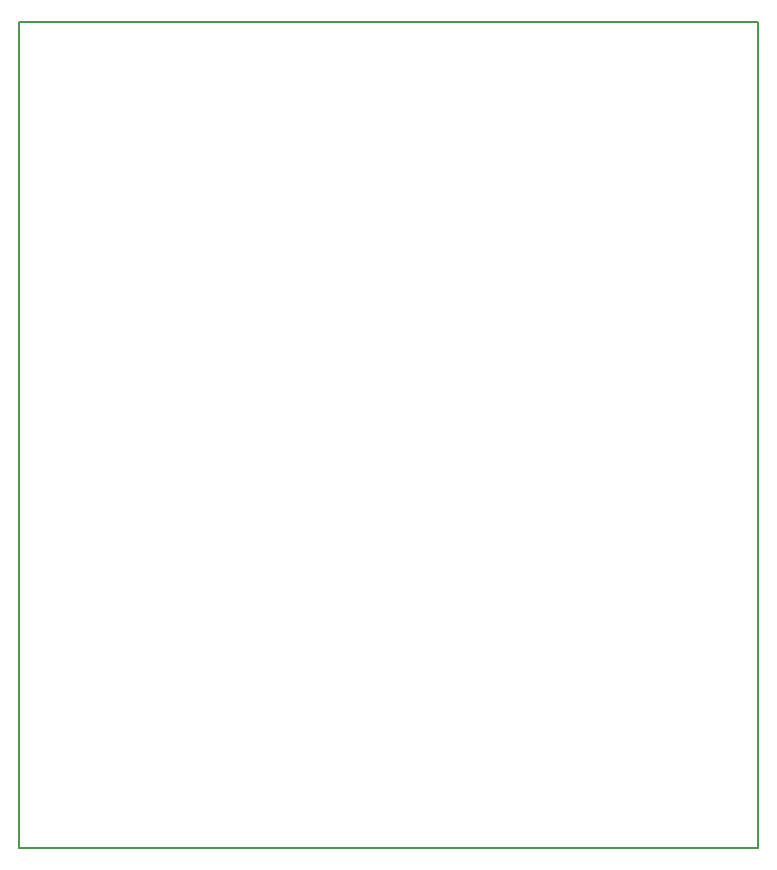
<source format=gbr>
G04 #@! TF.GenerationSoftware,KiCad,Pcbnew,(5.0.2)-1*
G04 #@! TF.CreationDate,2019-05-20T19:03:50+02:00*
G04 #@! TF.ProjectId,Carte commutation,43617274-6520-4636-9f6d-6d7574617469,rev?*
G04 #@! TF.SameCoordinates,Original*
G04 #@! TF.FileFunction,Profile,NP*
%FSLAX46Y46*%
G04 Gerber Fmt 4.6, Leading zero omitted, Abs format (unit mm)*
G04 Created by KiCad (PCBNEW (5.0.2)-1) date 20/05/2019 19:03:50*
%MOMM*%
%LPD*%
G01*
G04 APERTURE LIST*
%ADD10C,0.150000*%
G04 APERTURE END LIST*
D10*
X12500000Y-87500000D02*
X12500000Y-17500000D01*
X75000000Y-87500000D02*
X12500000Y-87500000D01*
X75000000Y-17500000D02*
X75000000Y-87500000D01*
X12500000Y-17500000D02*
X75000000Y-17500000D01*
M02*

</source>
